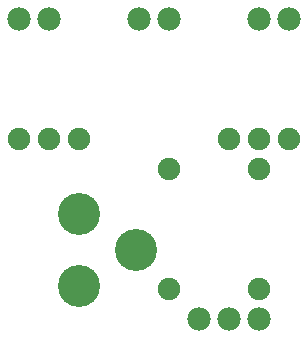
<source format=gtl>
G04 MADE WITH FRITZING*
G04 WWW.FRITZING.ORG*
G04 DOUBLE SIDED*
G04 HOLES PLATED*
G04 CONTOUR ON CENTER OF CONTOUR VECTOR*
%ASAXBY*%
%FSLAX23Y23*%
%MOIN*%
%OFA0B0*%
%SFA1.0B1.0*%
%ADD10C,0.075000*%
%ADD11C,0.078000*%
%ADD12C,0.140000*%
%LNCOPPER1*%
G90*
G70*
G54D10*
X1037Y789D03*
X937Y789D03*
X837Y789D03*
X337Y789D03*
X237Y789D03*
X137Y789D03*
X937Y289D03*
X937Y689D03*
X637Y289D03*
X637Y689D03*
G54D11*
X937Y189D03*
X837Y189D03*
X737Y189D03*
G54D12*
X337Y539D03*
X337Y299D03*
X527Y419D03*
G54D11*
X937Y1189D03*
X1037Y1189D03*
X537Y1189D03*
X637Y1189D03*
X237Y1189D03*
X137Y1189D03*
G04 End of Copper1*
M02*
</source>
